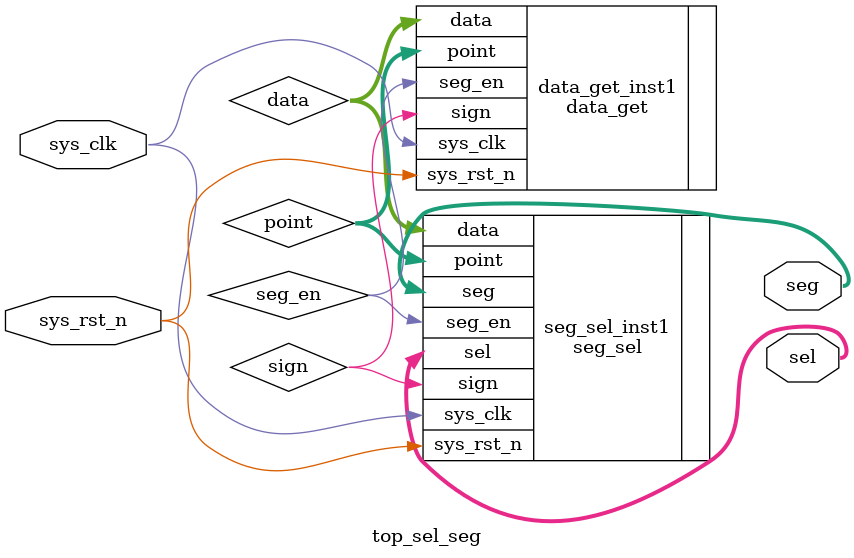
<source format=v>
module top_sel_seg
(
    input  wire                         sys_clk                    ,
    input  wire                         sys_rst_n                  ,
	
    output wire        [   5:0]         sel                        ,
    output wire        [   7:0]         seg                         
);

wire                   [  19:0]         data                       ;
wire                   [   5:0]         point                      ;
wire                                    sign                       ;
wire                                    seg_en                     ;


data_get
#(
    .CNT_MAX                           (26'd49_999_999            ),
    .DATA_MAX                          (20'd99                    ) 
)data_get_inst1
(
    .sys_clk                           (sys_clk                   ),
    .sys_rst_n                         (sys_rst_n                 ),

    .data                              (data                      ),
    .point                             (point                     ),
    .sign                              (sign                      ),
    .seg_en                            (seg_en                    ) 
);

seg_sel seg_sel_inst1
(
    .sys_clk                           (sys_clk                   ),
    .sys_rst_n                         (sys_rst_n                 ),
    .point                             (point                     ),
    .seg_en                            (seg_en                    ),
    .data                              (data                      ),
    .sign                              (sign                      ),

    .seg                               (seg                       ),
    .sel                               (sel                       ) 
);

endmodule
</source>
